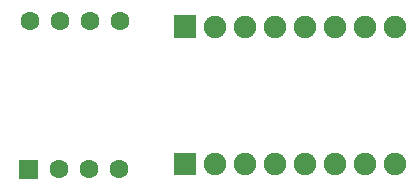
<source format=gts>
G04 Layer: TopSolderMaskLayer*
G04 EasyEDA v6.5.5, 2022-06-09 14:01:39*
G04 0642bc9331b94787885f2cc059754cc5,5a628b76fac64d3cb101ae6d552a3bac,10*
G04 Gerber Generator version 0.2*
G04 Scale: 100 percent, Rotated: No, Reflected: No *
G04 Dimensions in millimeters *
G04 leading zeros omitted , absolute positions ,4 integer and 5 decimal *
%FSLAX45Y45*%
%MOMM*%

%ADD18C,1.6002*%
%ADD20C,1.9016*%

%LPD*%
D18*
G01*
X2153615Y8375596D03*
G01*
X1899615Y8375596D03*
G01*
X1645615Y8375596D03*
G01*
X1391615Y8375596D03*
G36*
X1309370Y7039863D02*
G01*
X1309370Y7039988D01*
X1307845Y7040242D01*
X1306321Y7041004D01*
X1305305Y7042020D01*
X1304544Y7043544D01*
X1304289Y7045068D01*
X1304289Y7194928D01*
X1304544Y7196452D01*
X1305305Y7197976D01*
X1306321Y7198992D01*
X1307845Y7199754D01*
X1309370Y7200008D01*
X1309370Y7199884D01*
X1459229Y7199884D01*
X1459229Y7200008D01*
X1460754Y7199754D01*
X1462278Y7198992D01*
X1463294Y7197976D01*
X1464055Y7196452D01*
X1464310Y7194928D01*
X1464310Y7045068D01*
X1464055Y7043544D01*
X1463294Y7042020D01*
X1462278Y7041004D01*
X1460754Y7040242D01*
X1459229Y7039988D01*
X1459229Y7039863D01*
G37*
G01*
X1638300Y7119998D03*
G01*
X1892300Y7119998D03*
G01*
X2146300Y7119998D03*
D20*
G01*
X4486097Y7165797D03*
G01*
X4232097Y7165797D03*
G01*
X3978097Y7165797D03*
G01*
X3724097Y7165797D03*
G01*
X3470097Y7165797D03*
G01*
X3216097Y7165797D03*
G01*
X2962097Y7165797D03*
G36*
X2617977Y7070597D02*
G01*
X2618097Y7070722D01*
X2616573Y7070976D01*
X2615049Y7071738D01*
X2614033Y7072754D01*
X2613271Y7074278D01*
X2613017Y7075802D01*
X2612897Y7075678D01*
X2612897Y7255763D01*
X2613017Y7255802D01*
X2613271Y7257326D01*
X2614033Y7258850D01*
X2615049Y7259866D01*
X2616573Y7260628D01*
X2618097Y7260882D01*
X2617977Y7260844D01*
X2798063Y7260844D01*
X2798097Y7260882D01*
X2799621Y7260628D01*
X2801145Y7259866D01*
X2802161Y7258850D01*
X2802923Y7257326D01*
X2803177Y7255802D01*
X2803143Y7255763D01*
X2803143Y7075678D01*
X2803177Y7075802D01*
X2802923Y7074278D01*
X2802161Y7072754D01*
X2801145Y7071738D01*
X2799621Y7070976D01*
X2798097Y7070722D01*
X2798063Y7070597D01*
G37*
G36*
X2615184Y8234679D02*
G01*
X2615100Y8234718D01*
X2613576Y8234972D01*
X2612052Y8235734D01*
X2611036Y8236750D01*
X2610274Y8238274D01*
X2610020Y8239798D01*
X2610104Y8239760D01*
X2610104Y8419845D01*
X2610020Y8419797D01*
X2610274Y8421321D01*
X2611036Y8422845D01*
X2612052Y8423861D01*
X2613576Y8424623D01*
X2615100Y8424877D01*
X2615184Y8424926D01*
X2795015Y8424926D01*
X2795099Y8424877D01*
X2796623Y8424623D01*
X2798147Y8423861D01*
X2799163Y8422845D01*
X2799925Y8421321D01*
X2800179Y8419797D01*
X2800095Y8419845D01*
X2800095Y8239760D01*
X2800179Y8239798D01*
X2799925Y8238274D01*
X2799163Y8236750D01*
X2798147Y8235734D01*
X2796623Y8234972D01*
X2795099Y8234718D01*
X2795015Y8234679D01*
G37*
G01*
X2959100Y8329803D03*
G01*
X3213100Y8329803D03*
G01*
X3467100Y8329803D03*
G01*
X3721100Y8329803D03*
G01*
X3975100Y8329803D03*
G01*
X4229100Y8329803D03*
G01*
X4483100Y8329803D03*
M02*

</source>
